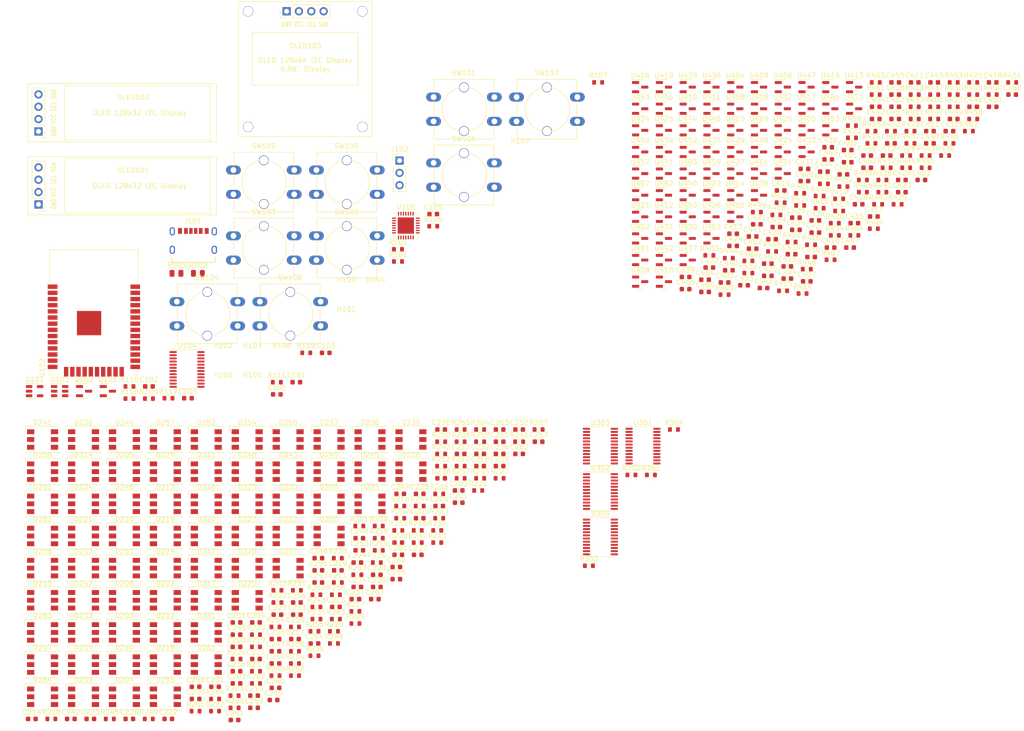
<source format=kicad_pcb>
(kicad_pcb (version 20211014) (generator pcbnew)
  (layers (0 "F.Cu" signal) (31 "B.Cu" signal) (34 "B.Paste" user) (35 "F.Paste" user) (36 "B.SilkS" user "B.Silkscreen") (37 "F.SilkS" user "F.Silkscreen") (38 "B.Mask" user) (39 "F.Mask" user) (44 "Edge.Cuts" user))
  (net 0 "")
  (net 1 "/EN")
  (net 2 "GND")
  (net 3 "5V")
  (net 4 "3V3")
  (net 5 "Net-(C104-Pad1)")
  (net 6 "VBUS")
  (net 7 "Net-(C201-Pad1)")
  (net 8 "Net-(C202-Pad1)")
  (net 9 "Net-(C203-Pad1)")
  (net 10 "Net-(C204-Pad1)")
  (net 11 "Net-(C205-Pad1)")
  (net 12 "Net-(C206-Pad1)")
  (net 13 "Net-(C207-Pad1)")
  (net 14 "Net-(C208-Pad1)")
  (net 15 "Net-(C209-Pad1)")
  (net 16 "Net-(C210-Pad1)")
  (net 17 "Net-(C211-Pad1)")
  (net 18 "Net-(C212-Pad1)")
  (net 19 "Net-(C213-Pad1)")
  (net 20 "Net-(C214-Pad1)")
  (net 21 "Net-(C215-Pad1)")
  (net 22 "Net-(C216-Pad1)")
  (net 23 "Net-(C217-Pad1)")
  (net 24 "Net-(C218-Pad1)")
  (net 25 "Net-(C219-Pad1)")
  (net 26 "Net-(C220-Pad1)")
  (net 27 "Net-(C221-Pad1)")
  (net 28 "Net-(C222-Pad1)")
  (net 29 "Net-(C223-Pad1)")
  (net 30 "Net-(C224-Pad1)")
  (net 31 "Net-(C225-Pad1)")
  (net 32 "Net-(C226-Pad1)")
  (net 33 "Net-(C227-Pad1)")
  (net 34 "Net-(C228-Pad1)")
  (net 35 "Net-(C229-Pad1)")
  (net 36 "Net-(C230-Pad1)")
  (net 37 "Net-(C231-Pad1)")
  (net 38 "Net-(C232-Pad1)")
  (net 39 "Net-(C233-Pad1)")
  (net 40 "Net-(C234-Pad1)")
  (net 41 "Net-(C235-Pad1)")
  (net 42 "Net-(C236-Pad1)")
  (net 43 "Net-(C237-Pad1)")
  (net 44 "Net-(C238-Pad1)")
  (net 45 "Net-(C239-Pad1)")
  (net 46 "Net-(C240-Pad1)")
  (net 47 "Net-(C241-Pad1)")
  (net 48 "Net-(C242-Pad1)")
  (net 49 "Net-(C243-Pad1)")
  (net 50 "Net-(C244-Pad1)")
  (net 51 "Net-(C245-Pad1)")
  (net 52 "Net-(C246-Pad1)")
  (net 53 "Net-(C247-Pad1)")
  (net 54 "Net-(C248-Pad1)")
  (net 55 "Net-(C249-Pad1)")
  (net 56 "Net-(C250-Pad1)")
  (net 57 "Net-(C251-Pad1)")
  (net 58 "Net-(C252-Pad1)")
  (net 59 "Net-(C253-Pad1)")
  (net 60 "Net-(C254-Pad1)")
  (net 61 "Net-(C255-Pad1)")
  (net 62 "Net-(C256-Pad1)")
  (net 63 "Net-(C257-Pad1)")
  (net 64 "Net-(C258-Pad1)")
  (net 65 "Net-(C259-Pad1)")
  (net 66 "Net-(C260-Pad1)")
  (net 67 "Net-(C261-Pad1)")
  (net 68 "Net-(C262-Pad1)")
  (net 69 "Net-(C263-Pad1)")
  (net 70 "Net-(C264-Pad1)")
  (net 71 "Net-(D201-Pad3)")
  (net 72 "Net-(D201-Pad4)")
  (net 73 "Net-(D202-Pad3)")
  (net 74 "Net-(D203-Pad3)")
  (net 75 "Net-(D204-Pad3)")
  (net 76 "Net-(D205-Pad3)")
  (net 77 "Net-(D206-Pad3)")
  (net 78 "Net-(D207-Pad3)")
  (net 79 "Net-(D208-Pad3)")
  (net 80 "Net-(D209-Pad3)")
  (net 81 "Net-(D210-Pad3)")
  (net 82 "Net-(D211-Pad3)")
  (net 83 "Net-(D212-Pad3)")
  (net 84 "Net-(D213-Pad3)")
  (net 85 "Net-(D214-Pad3)")
  (net 86 "Net-(D215-Pad3)")
  (net 87 "Net-(D216-Pad3)")
  (net 88 "Net-(D217-Pad3)")
  (net 89 "Net-(D218-Pad3)")
  (net 90 "Net-(D219-Pad3)")
  (net 91 "Net-(D220-Pad3)")
  (net 92 "Net-(D221-Pad3)")
  (net 93 "Net-(D222-Pad3)")
  (net 94 "Net-(D223-Pad3)")
  (net 95 "Net-(D224-Pad3)")
  (net 96 "Net-(D225-Pad3)")
  (net 97 "Net-(D226-Pad3)")
  (net 98 "Net-(D227-Pad3)")
  (net 99 "Net-(D228-Pad3)")
  (net 100 "Net-(D229-Pad3)")
  (net 101 "Net-(D230-Pad3)")
  (net 102 "Net-(D231-Pad3)")
  (net 103 "Net-(D232-Pad3)")
  (net 104 "Net-(D233-Pad3)")
  (net 105 "Net-(D234-Pad3)")
  (net 106 "Net-(D235-Pad3)")
  (net 107 "Net-(D236-Pad3)")
  (net 108 "Net-(D237-Pad3)")
  (net 109 "Net-(D238-Pad3)")
  (net 110 "Net-(D239-Pad3)")
  (net 111 "Net-(D240-Pad3)")
  (net 112 "Net-(D241-Pad3)")
  (net 113 "Net-(D242-Pad3)")
  (net 114 "Net-(D243-Pad3)")
  (net 115 "Net-(D244-Pad3)")
  (net 116 "Net-(D245-Pad3)")
  (net 117 "Net-(D246-Pad3)")
  (net 118 "Net-(D247-Pad3)")
  (net 119 "Net-(D248-Pad3)")
  (net 120 "Net-(D249-Pad3)")
  (net 121 "Net-(D250-Pad3)")
  (net 122 "Net-(D251-Pad3)")
  (net 123 "Net-(D252-Pad3)")
  (net 124 "Net-(D253-Pad3)")
  (net 125 "Net-(D254-Pad3)")
  (net 126 "Net-(D255-Pad3)")
  (net 127 "Net-(D256-Pad3)")
  (net 128 "Net-(D257-Pad3)")
  (net 129 "Net-(D258-Pad3)")
  (net 130 "Net-(D259-Pad3)")
  (net 131 "Net-(D260-Pad3)")
  (net 132 "Net-(D261-Pad3)")
  (net 133 "Net-(D262-Pad3)")
  (net 134 "Net-(D263-Pad3)")
  (net 136 "Net-(J101-PadA5)")
  (net 137 "Net-(J101-PadB5)")
  (net 139 "/SDA_DW")
  (net 140 "/SCL_DW")
  (net 141 "/SDA_DB")
  (net 142 "/SCL_DB")
  (net 143 "/SDA_DM")
  (net 144 "/SCL_DM")
  (net 145 "Net-(Q101-Pad1)")
  (net 146 "/RTS")
  (net 147 "Net-(Q102-Pad1)")
  (net 148 "/DTR")
  (net 149 "/IO0")
  (net 150 "LED_IC")
  (net 151 "Net-(R301-Pad2)")
  (net 152 "Net-(R302-Pad2)")
  (net 153 "Net-(R303-Pad2)")
  (net 154 "Tile_01")
  (net 155 "Tile_02")
  (net 156 "Tile_03")
  (net 157 "Tile_04")
  (net 158 "Tile_05")
  (net 159 "Tile_06")
  (net 160 "Tile_07")
  (net 161 "Tile_08")
  (net 162 "Tile_09")
  (net 163 "Tile_10")
  (net 164 "Tile_11")
  (net 165 "Tile_12")
  (net 166 "Tile_13")
  (net 167 "Tile_14")
  (net 168 "Tile_15")
  (net 169 "Tile_16")
  (net 170 "Tile_17")
  (net 171 "Tile_18")
  (net 172 "Tile_19")
  (net 173 "Tile_20")
  (net 174 "Tile_21")
  (net 175 "Tile_22")
  (net 176 "Tile_23")
  (net 177 "Tile_24")
  (net 178 "Tile_25")
  (net 179 "Tile_26")
  (net 180 "Tile_27")
  (net 181 "Tile_28")
  (net 182 "Tile_29")
  (net 183 "Tile_30")
  (net 184 "Tile_31")
  (net 185 "Tile_32")
  (net 186 "Tile_33")
  (net 187 "Tile_34")
  (net 188 "Tile_35")
  (net 189 "Tile_36")
  (net 190 "Tile_37")
  (net 191 "Tile_38")
  (net 192 "Tile_39")
  (net 193 "Tile_40")
  (net 194 "Tile_41")
  (net 195 "Tile_42")
  (net 196 "Tile_43")
  (net 197 "Tile_44")
  (net 198 "Tile_45")
  (net 199 "Tile_46")
  (net 200 "Tile_47")
  (net 201 "Tile_48")
  (net 202 "Tile_49")
  (net 203 "Tile_50")
  (net 204 "Tile_51")
  (net 205 "Tile_52")
  (net 206 "Tile_53")
  (net 207 "Tile_54")
  (net 208 "Net-(R455-Pad2)")
  (net 209 "Tile_56")
  (net 210 "Tile_57")
  (net 211 "Tile_58")
  (net 212 "Tile_59")
  (net 213 "Tile_60")
  (net 214 "Tile_61")
  (net 215 "Tile_62")
  (net 216 "Tile_63")
  (net 217 "Tile_64")
  (net 218 "/SELECT")
  (net 219 "/SET")
  (net 220 "/START")
  (net 221 "/W_MOVE")
  (net 222 "/W_END")
  (net 223 "/W_DRAW")
  (net 224 "/B_MOVE")
  (net 225 "/B_END")
  (net 226 "/B_DRAW")
  (net 234 "/I2C_A0")
  (net 235 "/I2C_A1")
  (net 236 "/I2C_A2")
  (net 248 "~{IO_INT}")
  (net 254 "/~{I2C_SDA}")
  (net 255 "/TXD")
  (net 256 "/RXD")
  (net 257 "/~{I2C_SCL}")
  (net 258 "/~{I2C_RESET}")
  (net 259 "/D_P")
  (net 260 "/D_N")
  (net 263 "~{SDA}")
  (net 264 "~{SCL}")
  (net 291 "Tile_55")
  (footprint "Resistor_SMD:R_0603_1608Metric" (layer "F.Cu") (at 196.535 294.13)
    (fp_text reference "R441")
    (fp_text value "2K7")
  )
  (footprint "Capacitor_SMD:C_0603_1608Metric" (layer "F.Cu") (at 88.115 377.92)
    (fp_text reference "C237")
    (fp_text value "100nF")
  )
  (footprint "Resistor_SMD:R_0603_1608Metric" (layer "F.Cu") (at 75.685 383.63)
    (fp_text reference "R258")
    (fp_text value "200")
  )
  (footprint "Capacitor_SMD:C_0603_1608Metric" (layer "F.Cu") (at 203.185 271.54)
    (fp_text reference "C411")
    (fp_text value "100nF")
  )
  (footprint "Capacitor_SMD:C_0603_1608Metric" (layer "F.Cu") (at 45.645 334.13)
    (fp_text reference "C102")
    (fp_text value "22uF")
  )
  (footprint "Capacitor_SMD:C_0603_1608Metric" (layer "F.Cu") (at 164.065 312.73)
    (fp_text reference "C403")
    (fp_text value "100nF")
  )
  (footprint "LED_SMD:LED_WS2812_PLCC6_5.0x5.0mm_P1.6mm" (layer "F.Cu") (at 57.44 384.775)
    (fp_text reference "D231")
    (fp_text value "WS2813C")
  )
  (footprint "LED_SMD:LED_WS2812_PLCC6_5.0x5.0mm_P1.6mm" (layer "F.Cu") (at 74.28 364.915)
    (fp_text reference "D222")
    (fp_text value "WS2813C")
  )
  (footprint "Resistor_SMD:R_0603_1608Metric" (layer "F.Cu") (at 109.765 350.53)
    (fp_text reference "R210")
    (fp_text value "200")
  )
  (footprint "Capacitor_SMD:C_0603_1608Metric" (layer "F.Cu") (at 169.835 303.26)
    (fp_text reference "C441")
    (fp_text value "100nF")
  )
  (footprint "Capacitor_SMD:C_0603_1608Metric" (layer "F.Cu") (at 79.695 387.05)
    (fp_text reference "C264")
    (fp_text value "100nF")
  )
  (footprint "LED_SMD:LED_WS2812_PLCC6_5.0x5.0mm_P1.6mm" (layer "F.Cu") (at 32.18 364.915)
    (fp_text reference "D221")
    (fp_text value "WS2813C")
  )
  (footprint "Package_TO_SOT_SMD:SOT-23" (layer "F.Cu") (at 151.595 308.11)
    (fp_text reference "U442")
    (fp_text value "UHE4913")
  )
  (footprint "Package_TO_SOT_SMD:SOT-23" (layer "F.Cu") (at 185.825 276.96)
    (fp_text reference "U464")
    (fp_text value "UHE4913")
  )
  (footprint "LED_SMD:LED_WS2812_PLCC6_5.0x5.0mm_P1.6mm" (layer "F.Cu") (at 32.18 345.055)
    (fp_text reference "D236")
    (fp_text value "WS2813C")
  )
  (footprint "User Custom Footprint:Button_SW_12mm_1.8mm_hole" (layer "F.Cu") (at 127.525 277.06)
    (fp_text reference "SW107")
    (fp_text value "SW_SPST")
  )
  (footprint "Capacitor_SMD:C_0603_1608Metric" (layer "F.Cu") (at 63.655 395.27)
    (fp_text reference "C202")
    (fp_text value "100nF")
  )
  (footprint "Package_TO_SOT_SMD:SOT-23" (layer "F.Cu") (at 146.705 290.31)
    (fp_text reference "U457")
    (fp_text value "UHE4913")
  )
  (footprint "Capacitor_SMD:C_0603_1608Metric" (layer "F.Cu") (at 75.685 386.14)
    (fp_text reference "C217")
    (fp_text value "100nF")
  )
  (footprint "Resistor_SMD:R_0603_1608Metric" (layer "F.Cu") (at 71.675 393.67)
    (fp_text reference "R240")
    (fp_text value "200")
  )
  (footprint "Resistor_SMD:R_0603_1608Metric" (layer "F.Cu") (at 195.165 271.54)
    (fp_text reference "R463")
    (fp_text value "2K7")
  )
  (footprint "MountingHole:MountingHole_2.7mm_M2.5_ISO7380" (layer "F.Cu") (at 92.315 315.43)
    (fp_text reference "H104")
    (fp_text value "MountingHole")
  )
  (footprint "Package_TO_SOT_SMD:SOT-23-6" (layer "F.Cu") (at 27.275 335.1)
    (fp_text reference "U103")
    (fp_text value "SRV05-4")
  )
  (footprint "Resistor_SMD:R_0603_1608Metric" (layer "F.Cu") (at 173.845 306.34)
    (fp_text reference "R456")
    (fp_text value "2K7")
  )
  (footprint "LED_SMD:LED_WS2812_PLCC6_5.0x5.0mm_P1.6mm" (layer "F.Cu") (at 23.76 398.015)
    (fp_text reference "D264")
    (fp_text value "WS2813C")
  )
  (footprint "Package_SO:TSSOP-24_4.4x7.8mm_P0.65mm" (layer "F.Cu") (at 138.525 346.42)
    (fp_text reference "U303")
    (fp_text value "PCA9535C")
  )
  (footprint "Package_TO_SOT_SMD:SOT-23" (layer "F.Cu") (at 166.265 272.51)
    (fp_text reference "U404")
    (fp_text value "UHE4913")
  )
  (footprint "LED_SMD:LED_WS2812_PLCC6_5.0x5.0mm_P1.6mm" (layer "F.Cu") (at 32.18 391.395)
    (fp_text reference "D209")
    (fp_text value "WS2813C")
  )
  (footprint "Capacitor_SMD:C_0603_1608Metric" (layer "F.Cu") (at 96.535 371.3)
    (fp_text reference "C260")
    (fp_text value "100nF")
  )
  (footprint "Capacitor_SMD:C_0603_1608Metric" (layer "F.Cu") (at 207.195 271.54)
    (fp_text reference "C445")
    (fp_text value "100nF")
  )
  (footprint "Package_TO_SOT_SMD:SOT-23" (layer "F.Cu") (at 146.705 272.51)
    (fp_text reference "U406")
    (fp_text value "UHE4913")
  )
  (footprint "LED_SMD:LED_WS2812_PLCC6_5.0x5.0mm_P1.6mm" (layer "F.Cu") (at 74.28 351.675)
    (fp_text reference "D243")
    (fp_text value "WS2813C")
  )
  (footprint "Capacitor_SMD:C_0603_1608Metric" (layer "F.Cu") (at 211.205 279.07)
    (fp_text reference "C449")
    (fp_text value "100nF")
  )
  (footprint "Capacitor_SMD:C_0603_1608Metric" (layer "F.Cu") (at 67.265 400.29)
    (fp_text reference "C259")
    (fp_text value "100nF")
  )
  (footprint "Package_TO_SOT_SMD:SOT-23" (layer "F.Cu") (at 171.155 272.51)
    (fp_text reference "U409")
    (fp_text value "UHE4913")
  )
  (footprint "Resistor_SMD:R_0603_1608Metric" (layer "F.Cu") (at 113.775 343)
    (fp_text reference "R204")
    (fp_text value "200")
  )
  (footprint "Capacitor_SMD:C_0603_1608Metric" (layer "F.Cu") (at 210.325 281.58)
    (fp_text reference "C431")
    (fp_text value "100nF")
  )
  (footprint "Capacitor_SMD:C_0603_1608Metric" (layer "F.Cu") (at 76.085 381.12)
    (fp_text reference "C233")
    (fp_text value "100nF")
  )
  (footprint "Resistor_SMD:R_0603_1608Metric" (layer "F.Cu") (at 84.505 374.5)
    (fp_text reference "R211")
    (fp_text value "200")
  )
  (footprint "Resistor_SMD:R_0603_1608Metric" (layer "F.Cu") (at 76.085 376.1)
    (fp_text reference "R251")
    (fp_text value "200")
  )
  (footprint "Resistor_SMD:R_0603_1608Metric" (layer "F.Cu") (at 84.105 382.03)
    (fp_text reference "R263")
    (fp_text value "200")
  )
  (footprint "Capacitor_SMD:C_0603_1608Metric" (layer "F.Cu") (at 206.315 281.58)
    (fp_text reference "C461")
    (fp_text value "100nF")
  )
  (footprint "User Custom Footprint:Button_SW_12mm_1.8mm_hole" (layer "F.Cu") (at 86.345 305.63)
    (fp_text reference "SW102")
    (fp_text value "SW_SPST")
  )
  (footprint "Resistor_SMD:R_0603_1608Metric" (layer "F.Cu") (at 45.615 402.58)
    (fp_text reference "R249")
    (fp_text value "200")
  )
  (footprint "Capacitor_SMD:C_0603_1608Metric" (layer "F.Cu") (at 156.045 314.1)
    (fp_text reference "C406")
    (fp_text value "100nF")
  )
  (footprint "Capacitor_SMD:C_0603_1608Metric" (layer "F.Cu") (at 195.165 279.07)
    (fp_text reference "C442")
    (fp_text value "100nF")
  )
  (footprint "Capacitor_SMD:C_0603_1608Metric" (layer "F.Cu") (at 71.275 398.69)
    (fp_text reference "C255")
    (fp_text value "100nF")
  )
  (footprint "Resistor_SMD:R_0603_1608Metric" (layer "F.Cu") (at 79.695 384.54)
    (fp_text reference "R255")
    (fp_text value "200")
  )
  (footprint "Package_TO_SOT_SMD:SOT-23" (layer "F.Cu") (at 146.705 294.76)
    (fp_text reference "U407")
    (fp_text value "UHE4913")
  )
  (footprint "Resistor_SMD:R_0603_1608Metric" (layer "F.Cu") (at 203.185 274.05)
    (fp_text reference "R413")
    (fp_text value "2K7")
  )
  (footprint "LED_SMD:LED_WS2812_PLCC6_5.0x5.0mm_P1.6mm" (layer "F.Cu") (at 65.86 351.675)
    (fp_text reference "D248")
    (fp_text value "WS2813C")
  )
  (footprint "Capacitor_SMD:C_0603_1608Metric" (layer "F.Cu") (at 80.495 374.5)
    (fp_text reference "C243")
    (fp_text value "100nF")
  )
  (footprint "LED_SMD:LED_WS2812_PLCC6_5.0x5.0mm_P1.6mm" (layer "F.Cu") (at 40.6 371.535)
    (fp_text reference "D251")
    (fp_text value "WS2813C")
  )
  (footprint "Package_TO_SOT_SMD:SOT-23" (layer "F.Cu") (at 176.045 285.86)
    (fp_text reference "U424")
    (fp_text value "UHE4913")
  )
  (footprint "LED_SMD:LED_WS2812_PLCC6_5.0x5.0mm_P1.6mm" (layer "F.Cu") (at 82.7 364.915)
    (fp_text reference "D260")
    (fp_text value "WS2813C")
  )
  (footprint "Capacitor_SMD:C_0603_1608Metric" (layer "F.Cu") (at 29.575 402.58)
    (fp_text reference "C242")
    (fp_text value "100nF")
  )
  (footprint "Capacitor_SMD:C_0603_1608Metric" (layer "F.Cu") (at 219.225 276.56)
    (fp_text reference "C450")
    (fp_text value "100nF")
  )
  (footprint "Resistor_SMD:R_0603_1608Metric" (layer "F.Cu") (at 192.525 291.62)
    (fp_text reference "R439")
    (fp_text value "2K7")
  )
  (footprint "Resistor_SMD:R_0603_1608Metric" (layer "F.Cu") (at 203.185 276.56)
    (fp_text reference "R433")
    (fp_text value "2K7")
  )
  (footprint "Resistor_SMD:R_0603_1608Metric" (layer "F.Cu") (at 67.665 387.74)
    (fp_text reference "R219")
    (fp_text value "200")
  )
  (footprint "RF_Module:ESP32-WROOM-32" (layer "F.Cu") (at 34.325 321.85)
    (fp_text reference "U102")
    (fp_text value "ESP32-WROOM-32E")
  )
  (footprint "LED_SMD:LED_WS2812_PLCC6_5.0x5.0mm_P1.6mm" (layer "F.Cu") (at 49.02 358.295)
    (fp_text reference "D213")
    (fp_text value "WS2813C")
  )
  (footprint "Package_TO_SOT_SMD:SOT-23" (layer "F.Cu") (at 161.375 281.41)
    (fp_text reference "U445")
    (fp_text value "UHE4913")
  )
  (footprint "Package_TO_SOT_SMD:SOT-23" (layer "F.Cu") (at 161.375 285.86)
    (fp_text reference "U435")
    (fp_text value "UHE4913")
  )
  (footprint "Resistor_SMD:R_0603_1608Metric" (layer "F.Cu") (at 181.865 304.97)
    (fp_text reference "R416")
    (fp_text value "2K7")
  )
  (footprint "Capacitor_SMD:C_0603_1608Metric" (layer "F.Cu") (at 193.405 289.11)
    (fp_text reference "C462")
    (fp_text value "100nF")
  )
  (footprint "Resistor_SMD:R_0603_1608Metric" (layer "F.Cu") (at 215.215 271.54)
    (fp_text reference "R425")
    (fp_text value "2K7")
  )
  (footprint "Package_TO_SOT_SMD:SOT-23" (layer "F.Cu") (at 156.485 308.11)
    (fp_text reference "U437")
    (fp_text value "UHE4913")
  )
  (footprint "Package_TO_SOT_SMD:SOT-23" (layer "F.Cu") (at 156.485 299.21)
    (fp_text reference "U450")
    (fp_text value "UHE4913")
  )
  (footprint "Capacitor_SMD:C_0603_1608Metric" (layer "F.Cu") (at 67.265 397.78)
    (fp_text reference "C215")
    (fp_text value "100nF")
  )
  (footprint "Resistor_SMD:R_0603_1608Metric" (layer "F.Cu") (at 170.715 298.24)
    (fp_text reference "R449")
    (fp_text value "2K7")
  )
  (footprint "Capacitor_SMD:C_0603_1608Metric" (layer "F.Cu") (at 63.655 385.23)
    (fp_text reference "C245")
    (fp_text value "100nF")
  )
  (footprint "Capacitor_SMD:C_0603_1608Metric" (layer "F.Cu") (at 96.935 368.79)
    (fp_text reference "C261")
    (fp_text value "100nF")
  )
  (footprint "Resistor_SMD:R_0603_1608Metric" (layer "F.Cu") (at 219.225 274.05)
    (fp_text reference "R450")
    (fp_text value "2K7")
  )
  (footprint "LED_SMD:LED_WS2812_PLCC6_5.0x5.0mm_P1.6mm" (layer "F.Cu") (at 40.6 398.015)
    (fp_text reference "D204")
    (fp_text value "WS2813C")
  )
  (footprint "Resistor_SMD:R_0603_1608Metric" (layer "F.Cu") (at 75.685 388.65)
    (fp_text reference "R208")
    (fp_text value "200")
  )
  (footprint "Capacitor_SMD:C_0603_1608Metric" (layer "F.Cu") (at 84.105 379.52)
    (fp_text reference "C213")
    (fp_text value "100nF")
  )
  (footprint "Package_TO_SOT_SMD:SOT-23" (layer "F.Cu") (at 180.935 276.96)
    (fp_text reference "U417")
    (fp_text value "UHE4913")
  )
  (footprint "Resistor_SMD:R_0603_1608Metric" (layer "F.Cu") (at 88.915 362.86)
    (fp_text reference "R201")
    (fp_text value "200")
  )
  (footprint "Resistor_SMD:R_0603_1608Metric" (layer "F.Cu") (at 136.155 371.05)
    (fp_text reference "R303")
    (fp_text value "4K7")
  )
  (footprint "Resistor_SMD:R_0603_1608Metric" (layer "F.Cu") (at 109.765 345.51)
    (fp_text reference "R206")
    (fp_text value "200")
  )
  (footprint "Package_TO_SOT_SMD:SOT-23" (layer "F.Cu") (at 161.375 290.31)
    (fp_text reference "U459")
    (fp_text value "UHE4913")
  )
  (footprint "Resistor_SMD:R_0603_1608Metric" (layer "F.Cu") (at 105.355 356.24)
    (fp_text reference "R236")
    (fp_text value "200")
  )
  (footprint "Resistor_SMD:R_0603_1608Metric" (layer "F.Cu") (at 211.205 271.54)
    (fp_text reference "R453")
    (fp_text value "2K7")
  )
  (footprint "Resistor_SMD:R_0603_1608Metric" (layer "F.Cu") (at 109.765 343)
    (fp_text reference "R265")
    (fp_text value "200")
  )
  (footprint "Resistor_SMD:R_0603_1608Metric" (layer "F.Cu") (at 71.675 383.63)
    (fp_text reference "R254")
    (fp_text value "200")
  )
  (footprint "Capacitor_SMD:C_0603_1608Metric" (layer "F.Cu") (at 174.725 301.32)
    (fp_text reference "C459")
    (fp_text value "100nF")
  )
  (footprint "Package_TO_SOT_SMD:SOT-23" (layer "F.Cu") (at 180.935 272.51)
    (fp_text reference "U447")
    (fp_text value "UHE4913")
  )
  (footprint "LED_SMD:LED_WS2812_PLCC6_5.0x5.0mm_P1.6mm" (layer "F.Cu") (at 91.12 351.675)
    (fp_text reference "D245")
    (fp_text value "WS2813C")
  )
  (footprint "LED_SMD:LED_WS2812_PLCC6_5.0x5.0mm_P1.6mm" (layer "F.Cu") (at 57.44 391.395)
    (fp_text reference "D261")
    (fp_text value "WS2813C")
  )
  (footprint "LED_SMD:LED_WS2812_PLCC6_5.0x5.0mm_P1.6mm" (layer "F.Cu") (at 32.18 371.535)
    (fp_text reference "D253")
    (fp_text value "WS2813C")
  )
  (footprint "Package_TO_SOT_SMD:SOT-23" (layer "F.Cu") (at 171.155 290.31)
    (fp_text reference "U461")
    (fp_text value "UHE4913")
  )
  (footprint "LED_SMD:LED_WS2812_PLCC6_5.0x5.0mm_P1.6mm" (layer "F.Cu") (at 99.54 345.055)
    (fp_text reference "D239")
    (fp_text value "WS2813C")
  )
  (footprint "Resistor_SMD:R_0603_1608Metric" (layer "F.Cu") (at 194.285 284.09)
    (fp_text reference "R424")
    (fp_text value "2K7")
  )
  (footprint "LED_SMD:LED_WS2812_PLCC6_5.0x5.0mm_P1.6mm" (layer "F.Cu") (at 74.28 358.295)
    (fp_text reference "D230")
    (fp_text value "WS2813C")
  )
  (footprint "Resistor_SMD:R_0603_1608Metric" (layer "F.Cu") (at 59.245 398.47)
    (fp_text reference "R264")
    (fp_text value "200")
  )
  (footprint "Package_SO:TSSOP-24_4.4x7.8mm_P0.65mm" (layer "F.Cu") (at 53.475 330.63)
    (fp_text reference "U104")
    (fp_text value "PCA9548APW")
  )
  (footprint "Capacitor_SMD:C_0603_1608Metric" (layer "F.Cu") (at 109.365 358.06)
    (fp_text reference "C201")
    (fp_text value "100nF")
  )
  (footprint "Capacitor_SMD:C_0603_1608Metric" (layer "F.Cu") (at 92.125 377.92)
    (fp_text reference "C207")
    (fp_text value "100nF")
  )
  (footprint "Capacitor_SMD:C_0603_1608Metric" (layer "F.Cu") (at 121.795 348.02)
    (fp_text reference "C262")
    (fp_text value "100nF")
  )
  (footprint "Capacitor_SMD:C_0603_1608Metric" (layer "F.Cu") (at 156.045 311.59)
    (fp_text reference "C439")
    (fp_text value "100nF")
  )
  (footprint "Resistor_SMD:R_0603_1608Metric" (layer "F.Cu") (at 96.875 308.4)
    (fp_text reference "R101")
    (fp_text value "10K")
  )
  (footprint "Capacitor_SMD:C_0603_1608Metric" (layer "F.Cu") (at 184.505 289.91)
    (fp_text reference "C444")
    (fp_text value "100nF")
  )
  (footprint "Capacitor_SMD:C_0603_1608Metric" (layer "F.Cu") (at 88.515 375.41)
    (fp_text reference "C234")
    (fp_text value "100nF")
  )
  (footprint "Capacitor_SMD:C_0603_1608Metric" (layer "F.Cu") (at 88.915 365.37)
    (fp_text reference "C246")
    (fp_text value "100nF")
  )
  (footprint "Resistor_SMD:R_0603_1608Metric" (layer "F.Cu") (at 202.305 284.09)
    (fp_text reference "R457")
    (fp_text value "2K7")
  )
  (footprint "Capacitor_SMD:C_0603_1608Metric" (layer "F.Cu") (at 84.505 371.99)
    (fp_text reference "C219")
    (fp_text value "100nF")
  )
  (footprint "Resistor_SMD:R_0603_1608Metric" (layer "F.Cu") (at 105.755 348.02)
    (fp_text reference "R242")
    (fp_text value "200")
  )
  (footprint "Resistor_SMD:R_0805_2012Metric" (layer "F.Cu") (at 55.715 310.85)
    (fp_text reference "R102")
    (fp_text value "5K1")
  )
  (footprint "Resistor_SMD:R_0603_1608Metric" (layer "F.Cu") (at 113.775 353.04)
    (fp_text reference "R205")
    (fp_text value "200")
  )
  (footprint "Package_TO_SOT_SMD:SOT-23" (layer "F.Cu") (at 156.485 281.41)
    (fp_text reference "U444")
    (fp_text value "UHE4913")
  )
  (footprint "Package_DFN_QFN:QFN-28-1EP_5x5mm_P0.5mm_EP3.35x3.35mm" (layer "F.Cu") (at 98.495 301.01)
    (fp_text reference "U105")
    (fp_text value "CP2102-GMR")
  )
  (footprint "Package_TO_SOT_SMD:SOT-23" (layer "F.Cu") (at 161.375 294.76)
    (fp_text reference "U422")
    (fp_text value "UHE4913")
  )
  (footprint "Capacitor_SMD:C_0603_1608Metric" (layer "F.Cu") (at 92.525 375.41)
    (fp_text reference "C236")
    (fp_text value "100nF")
  )
  (footprint "Capacitor_SMD:C_0603_1608Metric" (layer "F.Cu") (at 49.625 402.58)
    (fp_text reference "C222")
    (fp_text value "100nF")
  )
  (footprint "Capacitor_SMD:C_0603_1608Metric" (layer "F.Cu") (at 100.945 368.79)
    (fp_text reference "C227")
    (fp_text value "100nF")
  )
  (footprint "Package_TO_SOT_SMD:SOT-23" (layer "F.Cu") (at 151.595 312.56)
    (fp_text reference "U418")
    (fp_text value "UHE4913")
  )
  (footprint "Capacitor_SMD:C_0603_1608Metric" (layer "F.Cu") (at 215.215 276.56)
    (fp_text reference "C446")
    (fp_text value "100nF")
  )
  (footprint "Resistor_SMD:R_0603_1608Metric" (layer "F.Cu") (at 209.445 286.6)
    (fp_text reference "R436")
    (fp_text value "2K7")
  )
  (footprint "Resistor_SMD:R_0603_1608Metric" (layer "F.Cu") (at 186.755 300.52)
    (fp_text reference "R426")
    (fp_text value "2K7")
  )
  (footprint "Capacitor_SMD:C_0603_1608Metric" (layer "F.Cu") (at 181.865 307.48)
    (fp_text reference "C410")
    (fp_text value "100nF")
  )
  (footprint "LED_SMD:LED_WS2812_PLCC6_5.0x5.0mm_P1.6mm" (layer "F.Cu") (at 57.44 351.675)
    (fp_text reference "D211")
    (fp_text value "WS2813C")
  )
  (footprint "Resistor_SMD:R_0603_1608Metric" (layer "F.Cu") (at 80.095 379.52)
    (fp_text reference "R243")
    (fp_text value "200")
  )
  (footprint "Resistor_SMD:R_0603_1608Metric" (layer "F.Cu") (at 63.255 397.78)
    (fp_text reference "R223")
    (fp_text value "200")
  )
  (footprint "Resistor_SMD:R_0603_1608Metric" (layer "F.Cu") (at 144.905 352.35)
    (fp_text reference "R302")
    (fp_text value "4K7")
  )
  (footprint "Package_TO_SOT_SMD:SOT-23" (layer "F.Cu") (at 190.715 276.96)
    (fp_text reference "U423")
    (fp_text value "UHE4913")
  )
  (footprint "Resistor_SMD:R_0603_1608Metric" (layer "F.Cu") (at 75.685 393.67)
    (fp_text reference "R202")
    (fp_text value "200")
  )
  (footprint "User Custom Footprint:OLED_128x32_I2C_4pins" (layer "F.Cu") (at 40.522 277.795)
    (fp_text reference "OLED102")
    (fp_text value "OLED_I2C")
  )
  (footprint "Resistor_SMD:R_0603_1608Metric" (layer "F.Cu") (at 121.795 345.51)
    (fp_text reference "R241")
    (fp_text value "200")
  )
  (footprint "Package_TO_SOT_SMD:SOT-23" (layer "F.Cu") (at 151.595 285.86)
    (fp_text reference "U454")
    (fp_text value "UHE4913")
  )
  (footprint "LED_SMD:LED_WS2812_PLCC6_5.0x5.0mm_P1.6mm" (layer "F.Cu") (at 40.6 378.155)
    (fp_text reference "D208")
    (fp_text value "WS2813C")
  )
  (footprint "Resistor_SMD:R_0603_1608Metric" (layer "F.Cu") (at 194.285 281.58)
    (fp_text reference "R435")
    (fp_text value "2K7")
  )
  (footprint "MountingHole:MountingHole_2.7mm_M2.5_ISO7380" (layer "F.Cu") (at 86.265 315.43)
    (fp_text reference "H109")
    (fp_text value "MountingHole")
  )
  (footprint "LED_SMD:LED_WS2812_PLCC6_5.0x5.0mm_P1.6mm" (layer "F.Cu") (at 23.76 364.915)
    (fp_text reference "D262")
    (fp_text value "WS2813C")
  )
  (footprint "Package_SO:TSSOP-24_4.4x7.8mm_P0.65mm" (layer "F.Cu") (at 147.275 346.42)
    (fp_text reference "U301")
    (fp_text value "PCA9535C")
  )
  (footprint "LED_SMD:LED_WS2812_PLCC6_5.0x5.0mm_P1.6mm" (layer "F.Cu") (at 49.02 391.395)
    (fp_text reference "D218")
    (fp_text value "WS2813C")
  )
  (footprint "Capacitor_SMD:C_0603_1608Metric" (layer "F.Cu") (at 53.665 336.56)
    (fp_text reference "C104")
    (fp_text value "4.7nF")
  )
  (footprint "Capacitor_SMD:C_0603_1608Metric" (layer "F.Cu") (at 189.395 287.97)
    (fp_text reference "C401")
    (fp_text value "100nF")
  )
  (footprint "LED_SMD:LED_WS2812_PLCC6_5.0x5.0mm_P1.6mm" (layer "F.Cu") (at 65.86 378.155)
    (fp_text reference "D225")
    (fp_text value "WS2813C")
  )
  (footprint "Capacitor_SMD:C_0603_1608Metric" (layer "F.Cu") (at 165.825 302.69)
    (fp_text reference "C413")
    (fp_text value "100nF")
  )
  (footprint "LED_SMD:LED_WS2812_PLCC6_5.0x5.0mm_P1.6mm" (layer "F.Cu") (at 32.18 384.775)
    (fp_text reference "D233")
    (fp_text value "WS2813C")
  )
  (footprint "Capacitor_SMD:C_0603_1608Metric" (layer "F.Cu") (at 117.785 348.02)
    (fp_text reference "C216")
    (fp_text value "100nF")
  )
  (footprint "Resistor_SMD:R_0603_1608Metric" (layer "F.Cu") (at 88.115 380.43)
    (fp_text reference "R217")
    (fp_text value "200")
  )
  (footprint "LED_SMD:LED_WS2812_PLCC6_5.0x5.0mm_P1.6mm" (layer "F.Cu") (at 91.12 345.055)
    (fp_text reference "D238")
    (fp_text value "WS2813C")
  )
  (footprint "Resistor_SMD:R_0603_1608Metric" (layer "F.Cu") (at 96.875 305.89)
    (fp_text reference "R105")
    (fp_text value "4K7")
  )
  (footprint "Package_TO_SOT_SMD:SOT-23" (layer "F.Cu") (at 151.595 299.21)
    (fp_text reference "U412")
    (fp_text value "UHE4913")
  )
  (footprint "Package_TO_SOT_SMD:SOT-23" (layer "F.Cu") (at 171.155 276.96)
    (fp_text reference "U408")
    (fp_text value "UHE4913")
  )
  (footprint "Package_SO:TSSOP-24_4.4x7.8mm_P0.65mm" (layer "F.Cu") (at 138.525 355.77)
    (fp_text reference "U302")
    (fp_text value "PCA9535C")
  )
  (footprint "Package_TO_SOT_SMD:SOT-23" (layer "F.Cu") (at 156.485 290.31)
    (fp_text reference "U403")
    (fp_text value "UHE4913")
  )
  (footprint "Capacitor_SMD:C_0603_1608Metric" (layer "F.Cu") (at 160.055 314.67)
    (fp_text reference "C460")
    (fp_text value "100nF")
  )
  (footprint "Resistor_SMD:R_0603_1608Metric" (layer "F.Cu") (at 100.945 363.77)
    (fp_text reference "R246")
    (fp_text value "200")
  )
  (footprint "Resistor_SMD:R_0603_1608Metric" (layer "F.Cu") (at 100.945 366.28)
    (fp_text reference "R247")
    (fp_text value "200")
  )
  (footprint "Package_TO_SOT_SMD:SOT-23" (layer "F.Cu") (at 156.485 294.76)
    (fp_text reference "U440")
    (fp_text value "UHE4913")
  )
  (footprint "Capacitor_SMD:C_0603_1608Metric" (layer "F.Cu") (at 175.605 293.79)
    (fp_text reference "C414")
    (fp_text value "100nF")
  )
  (footprint "Capacitor_SMD:C_0603_1608Metric" (layer "F.Cu") (at 71.675 396.18)
    (fp_text reference "C240")
    (fp_text value "100nF")
  )
  (footprint "Capacitor_SMD:C_0603_1608Metric" (layer "F.Cu") (at 82.015 327.21)
    (fp_text reference "C103")
    (fp_text value "4.7uF")
  )
  (footprint "Capacitor_SMD:C_0603_1608Metric" (layer "F.Cu") (at 63.255 402.8)
    (fp_text reference "C241")
    (fp_text value "100nF")
  )
  (footprint "Capacitor_SMD:C_0603_1608Metric" (layer "F.Cu") (at 71.675 391.16)
    (fp_text reference "C210")
    (fp_text value "100nF")
  )
  (footprint "Resistor_SMD:R_0603_1608Metric" (layer "F.Cu") (at 84.105 377.01)
    (fp_text reference "R256")
    (fp_text value "200")
  )
  (footprint "Connector_PinHeader_2.54mm:PinHeader_1x03_P2.54mm_Vertical" (layer "F.Cu") (at 97.195 287.63)
    (fp_text reference "J102")
    (fp_text value "Conn_01x03")
  )
  (footprint "Resistor_SMD:R_0603_1608Metric" (layer "F.Cu") (at 75.685 391.16)
    (fp_text reference "R214")
    (fp_text value "200")
  )
  (footprint "Resistor_SMD:R_0603_1608Metric" (layer "F.Cu") (at 153.655 343)
    (fp_text reference "R304")
    (fp_text value "4K7")
  )
  (footprint "Capacitor_SMD:C_0603_1608Metric" (layer "F.Cu") (at 219.225 271.54)
    (fp_text reference "C418")
    (fp_text value "100nF")
  )
  (footprint "Capacitor_SMD:C_0603_1608Metric" (layer "F.Cu") (at 71.675 388.65)
    (fp_text reference "C247")
    (fp_text value "100nF")
  )
  (footprint "Resistor_SMD:R_0603_1608Metric" (layer "F.Cu") (at 179.615 294.36)
    (fp_text reference "R401")
    (fp_text value "2K7")
  )
  (footprint "Package_TO_SOT_SMD:SOT-23" (layer "F.Cu") (at 151.595 294.76)
    (fp_text reference "U462")
    (fp_text value "UHE4913")
  )
  (footprint "Capacitor_SMD:C_0603_1608Metric" (layer "F.Cu") (at 195.165 276.56)
    (fp_text reference "C454")
    (fp_text value "100nF")
  )
  (footprint "Resistor_SMD:R_0603_1608Metric" (layer "F.Cu") (at 67.665 385.23)
    (fp_text reference "R220")
    (fp_text value "200")
  )
  (footprint "Capacitor_SMD:C_0603_1608Metric" (layer "F.Cu") (at 160.935 309.65)
    (fp_text reference "C422")
    (fp_text value "100nF")
  )
  (footprint "LED_SMD:LED_WS2812_PLCC6_5.0x5.0mm_P1.6mm" (layer "F.Cu") (at 40.6 358.295)
    (fp_text reference "D246")
    (fp_text value "WS2813C")
  )
  (footprint "Resistor_SMD:R_0603_1608Metric" (layer "F.Cu") (at 194.775 301.66)
    (fp_text reference "R404")
    (fp_text value "2K7")
  )
  (footprint "LED_SMD:LED_WS2812_PLCC6_5.0x5.0mm_P1.6mm" (layer "F.Cu") (at 65.86 358.295)
    (fp_text reference "D223")
    (fp_text value "WS2813C")
  )
  (footprint "LED_SMD:LED_WS2812_PLCC6_5.0x5.0mm_P1.6mm" (layer "F.Cu") (at 23.76 345.055)
    (fp_text reference "D241")
    (fp_text value "WS2813C")
  )
  (footprint "Package_TO_SOT_SMD:SOT-23" (layer "F.Cu") (at 176.045 276.96)
    (fp_text reference "U432")
    (fp_text value "UHE4913")
  )
  (footprint "Package_TO_SOT_SMD:SOT-23-5" (layer "F.Cu") (at 22.125 335.1)
    (fp_text reference "U101")
    (fp_text value "XC6220B331MR-G")
  )
  (footprint "Resistor_SMD:R_0603_1608Metric" (layer "F.Cu") (at 187.635 298.01)
    (fp_text reference "R417")
    (fp_text value "2K7")
  )
  (footprint "MountingHole:MountingHole_2.7mm_M2.5_ISO7380" (layer "F.Cu") (at 60.875 335.03)
    (fp_text reference "H108")
    (fp_text value "MountingHole")
  )
  (footprint "Resistor_SMD:R_0603_1608Metric" (layer "F.Cu") (at 207.195 276.56)
    (fp_text reference "R406")
    (fp_text value "2K7")
  )
  (footprint "Capacitor_SMD:C_0603_1608Metric" (layer "F.Cu") (at 76.085 378.61)
    (fp_text reference "C254")
    (fp_text value "100nF")
  )
  (footprint "LED_SMD:LED_WS2812_PLCC6_5.0x5.0mm_P1.6mm" (layer "F.Cu") (at 23.76 351.675)
    (fp_text reference "D250")
    (fp_text value "WS2813C")
  )
  (footprint "Capacitor_SMD:C_0603_1608Metric" (layer "F.Cu") (at 109.765 348.02)
    (fp_text reference "C212")
    (fp_text value "100nF")
  )
  (footprint "Resistor_SMD:R_0603_1608Metric" (layer "F.Cu") (at 164.945 307.71)
    (fp_text reference "R444")
    (fp_text value "2K7")
  )
  (footprint "LED_SMD:LED_WS2812_PLCC6_5.0x5.0mm_P1.6mm" (layer "F.Cu") (at 23.76 391.395)
    (fp_text reference "D247")
    (fp_text value "WS2813C")
  )
  (footprint "Resistor_SMD:R_0603_1608Metric" (layer "F.Cu") (at 105.755 345.51)
    (fp_text reference "R250")
    (fp_text value "200")
  )
  (footprint "Resistor_SMD:R_0603_1608Metric" (layer "F.Cu") (at 45.645 336.64)
    (fp_text reference "R104")
    (fp_text value "1M")
  )
  (footprint "Resistor_SMD:R_0603_1608Metric" (layer "F.Cu") (at 105.355 361.26)
    (fp_text reference "R233")
    (fp_text value "200")
  )
  (footprint "Capacitor_SMD:C_0603_1608Metric" (layer "F.Cu") (at 105.355 358.75)
    (fp_text reference "C206")
    (fp_text value "100nF")
  )
  (footprint "Package_TO_SOT_SMD:SOT-23" (layer "F.Cu") (at 151.595 303.66)
    (fp_text reference "U431")
    (fp_text value "UHE4913")
  )
  (footprint "Capacitor_SMD:C_0603_1608Metric" (layer "F.Cu") (at 63.655 382.72)
    (fp_text reference "C251")
    (fp_text value "100nF")
  )
  (footprint "Package_TO_SOT_SMD:SOT-23" (layer "F.Cu") (at 176.045 272.51)
    (fp_text reference "U456")
    (fp_text value "UHE4913")
  )
  (footprint "LED_SMD:LED_WS2812_PLCC6_5.0x5.0mm_P1.6mm" (layer "F.Cu") (at 40.6 391.395)
    (fp_text reference "D240")
    (fp_text value "WS2813C")
  )
  (footprint "Capacitor_SMD:C_0603_1608Metric" (layer "F.Cu") (at 178.735 299.38)
    (fp_text reference "C429")
    (fp_text value "100nF")
  )
  (footprint "LED_SMD:LED_WS2812_PLCC6_5.0x5.0mm_P1.6mm" (layer "F.Cu") (at 74.28 371.535)
    (fp_text reference "D207")
    (fp_text value "WS2813C")
  )
  (footprint "Package_TO_SOT_SMD:SOT-23" (layer "F.Cu") (at 176.045 281.41)
    (fp_text reference "U426")
    (fp_text value "UHE4913")
  )
  (footprint "Resistor_SMD:R_0603_1608Metric" (layer "F.Cu") (at 202.305 281.58)
    (fp_text reference "R420")
    (fp_text value "2K7")
  )
  (footprint "Resistor_SMD:R_0603_1608Metric" (layer "F.Cu") (at 80.095 382.03)
    (fp_text reference "R234")
    (fp_text value "200")
  )
  (footprint "Capacitor_SMD:C_0603_1608Metric" (layer "F.Cu") (at 125.805 345.51)
    (fp_text reference "C257")
    (fp_text value "100nF")
  )
  (footprint "Resistor_SMD:R_0603_1608Metric" (layer "F.Cu") (at 201.425 289.11)
    (fp_text reference "R454")
    (fp_text value "2K7")
  )
  (footprint "Package_TO_SOT_SMD:SOT-23" (layer "F.Cu") (at 37.185 335.1)
    (fp_text reference "Q101")
    (fp_text value "S8050")
  )
  (footprint "Capacitor_SMD:C_0603_1608Metric" (layer "F.Cu") (at 198.295 284.09)
    (fp_text reference "C409")
    (fp_text value "100nF")
  )
  (footprint "Resistor_SMD:R_0603_1608Metric" (layer "F.Cu") (at 67.665 395.27)
    (fp_text reference "R262")
    (fp_text value "200")
  )
  (footprint "MountingHole:MountingHole_2.7mm_M2.5_ISO7380" (layer "F.Cu") (at 86.265 321.48)
    (fp_text reference "H101")
    (fp_text value "MountingHole")
  )
  (footprint "LED_SMD:LED_WS2812_PLCC6_5.0x5.0mm_P1.6mm" (layer "F.Cu") (at 57.44 345.055)
    (fp_text reference "D252")
    (fp_text value "WS2813C")
  )
  (footprint "Capacitor_SMD:C_0603_1608Metric" (layer "F.Cu") (at 67.665 382.72)
    (fp_text reference "C204")
    (fp_text value "100nF")
  )
  (footprint "Resistor_SMD:R_0603_1608Metric" (layer "F.Cu") (at 105.755 350.53)
    (fp_text reference "R212")
    (fp_text value "200")
  )
  (footprint "Package_TO_SOT_SMD:SOT-23" (layer "F.Cu") (at 185.825 281.41)
    (fp_text reference "U453")
    (fp_text value "UHE4913")
  )
  (footprint "Resistor_SMD:R_0603_1608Metric" (layer "F.Cu") (at 55.235 400.98)
    (fp_text reference "R261")
    (fp_text value "200")
  )
  (footprint "MountingHole:MountingHole_2.7mm_M2.5_ISO7380" (layer "F.Cu") (at 122.005 286.86)
    (fp_text reference "H107")
    (fp_text value "MountingHole")
  )
  (footprint "Resistor_SMD:R_0603_1608Metric" (layer "F.Cu") (at 113.775 345.51)
    (fp_text reference "R259")
    (fp_text value "200")
  )
  (footprint "Resistor_SMD:R_0603_1608Metric" (layer "F.Cu") (at 168.955 310.79)
    (fp_text reference "R432")
    (fp_text value "2K7")
  )
  (footprint "LED_SMD:LED_WS2812_PLCC6_5.0x5.0mm_P1.6mm" (layer "F.Cu") (at 40.6 345.055)
    (fp_text reference "D244")
    (fp_text value "WS2813C")
  )
  (footprint "Capacitor_SMD:C_0603_1608Metric" (layer "F.Cu") (at 172.965 308.85)
    (fp_text reference "C453")
    (fp_text value "100nF")
  )
  (footprint "LED_SMD:LED_WS2812_PLCC6_5.0x5.0mm_P1.6mm" (layer "F.Cu") (at 57.44 378.155)
    (fp_text reference "D217")
    (fp_text value "WS2813C")
  )
  (footprint "LED_SMD:LED_WS2812_PLCC6_5.0x5.0mm_P1.6mm" (layer "F.Cu") (at 32.18 378.155)
    (fp_text reference "D242")
    (fp_text value "WS2813C")
  )
  (footprint "Capacitor_SMD:C_0603_1608Metric" (layer "F.Cu") (at 71.955 335.77)
    (fp_text reference "C106")
    (fp_text value "100nF")
  )
  (footprint "Resistor_SMD:R_0603_1608Metric" (layer "F.Cu") (at 78.005 327.21)
    (fp_text reference "R109")
    (fp_text value "10K")
  )
  (footprint "Package_TO_SOT_SMD:SOT-23" (layer "F.Cu") (at 161.375 299.21)
    (fp_text reference "U420")
    (fp_text value "UHE4913")
  )
  (footprint "Resistor_SMD:R_0603_1608Metric" (layer "F.Cu") (at 179.615 296.87)
    (fp_text reference "R427")
    (fp_text value "2K7")
  )
  (footprint "Capacitor_SMD:C_0603_1608Metric" (layer "F.Cu") (at 194.775 299.15)
    (fp_text reference "C417")
    (fp_text value "100nF")
  )
  (footprint "Capacitor_SMD:C_0603_1608Metric" (layer "F.Cu") (at 169.835 305.77)
    (fp_text reference "C452")
    (fp_text value "100nF")
  )
  (footprint "Capacitor_SMD:C_0603_1608Metric" (layer "F.Cu") (at 75.965 333.26)
    (fp_text reference "C101")
    (fp_text value "100nF")
  )
  (footprint "User Custom Footprint:Button_SW_12mm_1.8mm_hole" (layer "F.Cu") (at 74.715 319.18)
    (fp_text reference "SW108")
    (fp_text value "SW_SPST")
  )
  (footprint "Resistor_SMD:R_0603_1608Metric" (layer "F.Cu") (at 186.755 303.03)
    (fp_text reference "R434")
    (fp_text value "2K7")
  )
  (footprint "Capacitor_SMD:C_0603_1608Metric" (layer "F.Cu") (at 59.245 395.96)
    (fp_text reference "C231")
    (fp_text value "100nF")
  )
  (footprint "LED_SMD:LED_WS2812_PLCC6_5.0x5.0mm_P1.6mm" (layer "F.Cu") (at 49.02 378.155)
    (fp_text reference "D202")
    (fp_text value "WS2813C")
  )
  (footprint "User Custom Footprint:Button_SW_12mm_1.8mm_hole" (layer "F.Cu") (at 110.455 290.61)
    (fp_text reference "SW106")
    (fp_text value "SW_SPST")
  )
  (footprint "Capacitor_SMD:C_0603_1608Metric" (layer "F.Cu") (at 191.645 296.64)
    (fp_text reference "C426")
    (fp_text value "100nF")
  )
  (footprint "Capacitor_SMD:C_0603_1608Metric" (layer "F.Cu") (at 164.945 310.22)
    (fp_text reference "C440")
    (fp_text value "100nF")
  )
  (footprint "Capacitor_SMD:C_0603_1608Metric" (layer "F.Cu") (at 88.515 370.39)
    (fp_text reference "C224")
    (fp_text value "100nF")
  )
  (footprint "Capacitor_SMD:C_0603_1608Metric" (layer "F.Cu") (at 117.785 350.53)
    (fp_text reference "C239")
    (fp_text value "100nF")
  )
  (footprint "Package_TO_SOT_SMD:SOT-23" (layer "F.Cu") (at 32.295 335.1)
    (fp_text reference "Q102")
    (fp_text value "S8050")
  )
  (footprint "Capacitor_SMD:C_0603_1608Metric" (layer "F.Cu") (at 177.855 306.91)
    (fp_text reference "C419")
    (fp_text value "100nF")
  )
  (footprint "Package_TO_SOT_SMD:SOT-23" (layer "F.Cu") (at 166.265 299.21)
    (fp_text reference "U455")
    (fp_text value "UHE4913")
  )
  (footprint "Resistor_SMD:R_0805_2012Metric" (layer "F.Cu") (at 51.305 310.85)
    (fp_text reference "R103")
    (fp_text value "5K1")
  )
  (footprint "Capacitor_SMD:C_0603_1608Metric" (layer "F.Cu") (at 71.675 386.14)
    (fp_text reference "C209")
    (fp_text value "100nF")
  )
  (footprint "Resistor_SMD:R_0603_1608Metric" (layer "F.Cu") (at 195.655 296.64)
    (fp_text reference "R442")
    (fp_text value "2K7")
  )
  (footprint "Package_TO_SOT_SMD:SOT-23" (layer "F.Cu") (at 156.485 303.66)
    (fp_text reference "U430")
    (fp_text value "UHE4913")
  )
  (footprint "Capacitor_SMD:C_0603_1608Metric" (layer "F.Cu") (at 199.175 271.54)
    (fp_text reference "C455")
    (fp_text value "100nF")
  )
  (footprint "Resistor_SMD:R_0603_1608Metric" (layer "F.Cu") (at 92.925 365.37)
    (fp_text reference "R239")
    (fp_text value "200")
  )
  (footprint "Package_TO_SOT_SMD:SOT-23" (layer "F.Cu") (at 171.155 285.86)
    (fp_text reference "U448")
    (fp_text value "UHE4913")
  )
  (footprint "Package_TO_SOT_SMD:SOT-23" (layer "F.Cu") (at 171.155 281.41)
    (fp_text reference "U460")
    (fp_text value "UHE4913")
  )
  (footprint "LED_SMD:LED_WS2812_PLCC6_5.0x5.0mm_P1.6mm" (layer "F.Cu") (at 40.6 364.915)
    (fp_text reference "D210")
    (fp_text value "WS2813C")
  )
  (footprint "Capacitor_SMD:C_0603_1608Metric" (layer "F.Cu") (at 199.175 274.05)
    (fp_text reference "C438")
    (fp_text value "100nF")
  )
  (footprint "Resistor_SMD:R_0603_1608Metric" (layer "F.Cu") (at 215.215 279.07)
    (fp_text reference "R458")
    (fp_text value "2K7")
  )
  (footprint "Resistor_SMD:R_0603_1608Metric" (layer "F.Cu") (at 72.075 376.1)
    (fp_text reference "R203")
    (fp_text value "200")
  )
  (footprint "User Custom Footprint:Button_SW_12mm_1.8mm_hole" (layer "F.Cu") (at 110.455 277.06)
    (fp_text reference "SW101")
    (fp_text value "SW_SPST")
  )
  (footprint "Capacitor_SMD:C_0603_1608Metric" (layer "F.Cu") (at 33.585 402.58)
    (fp_text reference "C223")
    (fp_text value "100nF")
  )
  (footprint "Package_TO_SOT_SMD:SOT-23" (layer "F.Cu") (at 161.375 276.96)
    (fp_text reference "U411")
    (fp_text value "UHE4913")
  )
  (footprint "Capacitor_SMD:C_0603_1608Metric" (layer "F.Cu") (at 101.345 361.26)
    (fp_text reference "C205")
    (fp_text value "100nF")
  )
  (footprint "Package_TO_SOT_SMD:SOT-23" (layer "F.Cu") (at 146.705 276.96)
    (fp_text reference "U443")
    (fp_text value "UHE4913")
  )
  (footprint "LED_SMD:LED_WS2812_PLCC6_5.0x5.0mm_P1.6mm" (layer "F.Cu") (at 65.86 345.055)
    (fp_text reference "D254")
    (fp_text value "WS2813C")
  )
  (footprint "Capacitor_SMD:C_0603_1608Metric" (layer "F.Cu") (at 180.495 289.34)
    (fp_text reference "C437")
    (fp_text value "100nF")
  )
  (footprint "Resistor_SMD:R_0603_1608Metric" (layer "F.Cu") (at 113.375 355.55)
    (fp_text reference "R221")
    (fp_text value "200")
  )
  (footprint "Resistor_SMD:R_0603_1608Metric" (layer "F.Cu") (at 84.505 369.48)
    (fp_text reference "R225")
    (fp_text value "200")
  )
  (footprint "Package_TO_SOT_SMD:SOT-23" (layer "F.Cu") (at 180.935 281.41)
    (fp_text reference "U405")
    (fp_text value "UHE4913")
  )
  (footprint "LED_SMD:LED_WS2812_PLCC6_5.0x5.0mm_P1.6mm" (layer "F.Cu") (at 23.76 371.535)
    (fp_text reference "D256")
    (fp_text value "WS2813C")
  )
  (footprint "Capacitor_SMD:C_0603_1608Metric" (layer "F.Cu") (at 199.175 276.56)
    (fp_text reference "C432")
    (fp_text value "100nF")
  )
  (footprint "Package_TO_SOT_SMD:SOT-23" (layer "F.Cu") (at 166.265 290.31)
    (fp_text reference "U427")
    (fp_text value "UHE4913")
  )
  (footprint "Resistor_SMD:R_0603_1608Metric" (layer "F.Cu") (at 187.635 295.5)
    (fp_text reference "R419")
    (fp_text value "2K7")
  )
  (footprint "Resistor_SMD:R_0603_1608Metric" (layer "F.Cu") (at 190.765 303.03)
    (fp_text reference "R464")
    (fp_text value "2K7")
  )
  (footprint "Resistor_SMD:R_0603_1608Metric" (layer "F.Cu") (at 183.625 297.44)
    (fp_text reference "R418")
    (fp_text value "2K7")
  )
  (footprint "Resistor_SMD:R_0603_1608Metric" (layer "F.Cu") (at 205.435 289.11)
    (fp_text reference "R455")
    (fp_text value "2K7")
  )
  (footprint "Resistor_SMD:R_0603_1608Metric" (layer "F.Cu") (at 185.875 308.05)
    (fp_text reference "R407")
    (fp_text value "2K7")
  )
  (footprint "User Custom Footprint:GCT_USB4125-GF-A-0190_REVA2" (layer "F.Cu") (at 54.775 305.2)
    (fp_text reference "J101")
    (fp_text value "USB_C_Receptacle_USB2.0")
  )
  (footprint "Package_TO_SOT_SMD:SOT-23" (layer "F.Cu") (at 146.705 303.66)
    (fp_text reference "U402")
    (fp_text value "UHE4913")
  )
  (footprint "User Custom Footprint:Button_SW_12mm_1.8mm_hole" (layer "F.Cu") (at 69.275 292.08)
    (fp_text reference "SW109")
    (fp_text value "SW_SPST")
  )
  (footprint "Capacitor_SMD:C_0603_1608Metric" (layer "F.Cu") (at 193.405 286.6)
    (fp_text reference "C456")
    (fp_text value "100nF")
  )
  (footprint "Package_TO_SOT_SMD:SOT-23" (layer "F.Cu") (at 185.825 272.51)
    (fp_text reference "U416")
    (fp_text value "UHE4913")
  )
  (footprint "Resistor_SMD:R_0603_1608Metric" (layer "F.Cu") (at 164.065 315.24)
    (fp_text reference "R409")
    (fp_text value "2K7")
  )
  (footprint "Package_SO:TSSOP-24_4.4x7.8mm_P0.65mm" (layer "F.Cu") (at 138.525 365.12)
    (fp_text reference "U304")
    (fp_text value "PCA9535C")
  )
  (footprint "Package_TO_SOT_SMD:SOT-23" (layer "F.Cu") (at 166.265 281.41)
    (fp_text reference "U415")
    (fp_text value "UHE4913")
  )
  (footprint "Resistor_SMD:R_0603_1608Metric" (layer "F.Cu") (at 207.195 279.07)
    (fp_text reference "R447")
    (fp_text value "2K7")
  )
  (footprint "Resistor_SMD:R_0603_1608Metric" (layer "F.Cu") (at 96.935 363.77)
    (fp_text reference "R231")
    (fp_text value "200")
  )
  (footprint "LED_SMD:LED_WS2812_PLCC6_5.0x5.0mm_P1.6mm" (layer "F.Cu") (at 82.7 358.295)
    (fp_text reference "D206")
    (fp_text value "WS2813C")
  )
  (footprint "Capacitor_SMD:C_0603_1608Metric" (layer "F.Cu") (at 172.085 313.87)
    (fp_text reference "C443")
    (fp_text value "100nF")
  )
  (footprint "Resistor_SMD:R_0603_1608Metric" (layer "F.Cu") (at 83.705 387.05)
    (fp_text reference "R248")
    (fp_text value "200")
  )
  (footprint "Capacitor_SMD:C_0603_1608Metric" (layer "F.Cu") (at 105.755 353.04)
    (fp_text reference "C238")
    (fp_text value "100nF")
  )
  (footprint "MountingHole:MountingHole_2.7mm_M2.5_ISO7380" (layer "F.Cu") (at 72.975 328.98)
    (fp_text reference "H106")
    (fp_text value "MountingHole")
  )
  (footprint "Resistor_SMD:R_0603_1608Metric" (layer "F.Cu") (at 177.855 304.4)
    (fp_text reference "R410")
    (fp_text value "2K7")
  )
  (footprint "Capacitor_SMD:C_0603_1608Metric" (layer "F.Cu") (at 67.665 390.25)
    (fp_text reference "C221")
    (fp_text value "100nF")
  )
  (footprint "Resistor_SMD:R_0603_1608Metric" (layer "F.Cu") (at 72.075 378.61)
    (fp_text reference "R232")
    (fp_text value "200")
  )
  (footprint "Capacitor_SMD:C_0603_1608Metric" (layer "F.Cu") (at 109.365 355.55)
    (fp_text reference "C203")
    (fp_text value "100nF")
  )
  (footprint "Resistor_SMD:R_0603_1608Metric" (layer "F.Cu") (at 180.105 315.01)
    (fp_text reference "R414")
    (fp_text value "2K7")
  )
  (footprint "Package_TO_SOT_SMD:SOT-23" (layer "F.Cu") (at 156.485 276.96)
    (fp_text reference "U410")
    (fp_text value "UHE4913")
  )
  (footprint "Capacitor_SMD:C_0603_1608Metric" (layer "F.Cu") (at 185.385 287.4)
    (fp_text reference "C463")
    (fp_text value "100nF")
  )
  (footprint "Resistor_SMD:R_0603_1608Metric" (layer "F.Cu") (at 125.805 343)
    (fp_text reference "R207")
    (fp_text value "200")
  )
  (footprint "User Custom Footprint:Button_SW_12mm_1.8mm_hole" (layer "F.Cu") (at 57.645 319.18)
    (fp_text reference "SW104")
    (fp_text value "SW_SPST")
  )
  (footprint "Resistor_SMD:R_0603_1608Metric" (layer "F.Cu") (at 92.525 370.39)
    (fp_text reference "R226")
    (fp_text value "200")
  )
  (footprint "Capacitor_SMD:C_0603_1608Metric" (layer "F.Cu") (at 173.845 303.83)
    (fp_text reference "C420")
    (fp_text value "100nF")
  )
  (footprint "Capacitor_SMD:C_0603_1608Metric" (layer "F.Cu") (at 206.315 284.09)
    (fp_text reference "C448")
    (fp_text value "100nF")
  )
  (footprint "Package_TO_SOT_SMD:SOT-23" (layer "F.Cu") (at 151.595 276.96)
    (fp_text reference "U446")
    (fp_text value "UHE4913")
  )
  (footprint "LED_SMD:LED_WS2812_PLCC6_5.0x5.0mm_P1.6mm" (layer "F.Cu") (at 23.76 358.295)
    (fp_text reference "D201")
    (fp_text value "WS2813C")
  )
  (footprint "Resistor_SMD:R_0603_1608Metric" (layer "F.Cu") (at 176.095 314.44)
    (fp_text reference "R415")
    (fp_text value "2K7")
  )
  (footprint "Resistor_SMD:R_0603_1608Metric" (layer "F.Cu") (at 88.515 372.9)
    (fp_text reference "R253")
    (fp_text value "200")
  )
  (footprint "Capacitor_SMD:C_0603_1608Metric" (layer "F.Cu") (at 55.235 398.47)
    (fp_text reference "C250")
    (fp_text value "100nF")
  )
  (footprint "Resistor_SMD:R_0603_1608Metric" (layer "F.Cu") (at 79.695 389.56)
    (fp_text reference "R235")
    (fp_text value "200")
  )
  (footprint "LED_SMD:LED_WS2812_PLCC6_5.0x5.0mm_P1.6mm" (layer "F.Cu") (at 49.02 398.015)
    (fp_text reference "D255")
    (fp_text value "WS2813C")
  )
  (footprint "Resistor_SMD:R_0603_1608Metric" (layer "F.Cu") (at 25.565 402.58)
    (fp_text reference "R218")
    (fp_text value "200")
  )
  (footprint "LED_SMD:LED_WS2812_PLCC6_5.0x5.0mm_P1.6mm" (layer "F.Cu") (at 32.18 358.295)
    (fp_text reference "D234")
    (fp_text value "WS2813C")
  )
  (footprint "Resistor_SMD:R_0603_1608Metric" (layer "F.Cu") (at 215.215 274.05)
    (fp_text reference "R405")
    (fp_text value "2K7")
  )
  (footprint "Package_TO_SOT_SMD:SOT-23" (layer "F.Cu") (at 146.705 281.41)
    (fp_text reference "U434")
    (fp_text value "UHE4913")
  )
  (footprint "Capacitor_SMD:C_0603_1608Metric" (layer "F.Cu") (at 72.075 381.12)
    (fp_text reference "C229")
    (fp_text value "100nF")
  )
  (footprint "Resistor_SMD:R_0603_1608Metric" (layer "F.Cu") (at 41.635 334.13)
    (fp_text reference "R110")
    (fp_text value "10K")
  )
  (footprint "Capacitor_SMD:C_0603_1608Metric" (layer "F.Cu") (at 170.715 300.75)
    (fp_text reference "C421")
    (fp_text value "100nF")
  )
  (footprint "Resistor_SMD:R_0603_1608Metric" (layer "F.Cu") (at 148.915 352.35)
    (fp_text reference "R301")
    (fp_text value "4K7")
  )
  (footprint "LED_SMD:LED_WS2812_PLCC6_5.0x5.0mm_P1.6mm" (layer "F.Cu") (at 49.02 351.675)
    (fp_text reference "D229")
    (fp_text value "WS2813C")
  )
  (footprint "Capacitor_SMD:C_0603_1608Metric" (layer "F.Cu") (at 172.965 311.36)
    (fp_text reference "C425")
    (fp_text value "100nF")
  )
  (footprint "LED_SMD:LED_WS2812_PLCC6_5.0x5.0mm_P1.6mm" (layer "F.Cu") (at 32.18 351.675)
    (fp_text reference "D214")
    (fp_text value "WS2813C")
  )
  (footprint "Capacitor_SMD:C_0603_1608Metric" (layer "F.Cu") (at 176.975 311.93)
    (fp_text reference "C404")
    (fp_text value "100nF")
  )
  (footprint "Package_TO_SOT_SMD:SOT-23" (layer "F.Cu") (at 166.265 276.96)
    (fp_text reference "U458")
    (fp_text value "UHE4913")
  )
  (footprint "Capacitor_SMD:C_0603_1608Metric" (layer "F.Cu") (at 105.755 343)
    (fp_text reference "C230")
    (fp_text value "100nF")
  )
  (footprint "Resistor_SMD:R_0603_1608Metric" (layer "F.Cu") (at 183.625 294.93)
    (fp_text reference "R440")
    (fp_text value "2K7")
  )
  (footprint "LED_SMD:LED_WS2812_PLCC6_5.0x5.0mm_P1.6mm" (layer "F.Cu") (at 82.7 345.055)
    (fp_text reference "D237")
    (fp_text value "WS2813C")
  )
  (footprint "Resistor_SMD:R_0603_1608Metric" (layer "F.Cu") (at 92.925 362.86)
    (fp_text reference "R238")
    (fp_text value "200")
  )
  (footprint "Capacitor_SMD:C_0603_1608Metric" (layer "F.Cu") (at 185.875 305.54)
    (fp_text reference "C416")
    (fp_text value "100nF")
  )
  (footprint "Resistor_SMD:R_0603_1608Metric" (layer "F.Cu") (at 37.595 402.58)
    (fp_text reference "R245")
    (fp_text value "200")
  )
  (footprint "LED_SMD:LED_WS2812_PLCC6_5.0x5.0mm_P1.6mm" (layer "F.Cu") (at 49.02 384.775)
    (fp_text reference "D232")
    (fp_text value "WS2813C")
  )
  (footprint "LED_SMD:LED_WS2812_PLCC6_5.0x5.0mm_P1.6mm" (layer "F.Cu") (at 40.6 384.775)
    (fp_text reference "D203")
    (fp_text value "WS2813C")
  )
  (footprint "Resistor_SMD:R_0603_1608Metric" (layer "F.Cu") (at 211.205 276.56)
    (fp_text reference "R423")
    (fp_text value "2K7")
  )
  (footprint "Capacitor_SMD:C_0603_1608Metric" (layer "F.Cu") (at 204.555 291.62)
    (fp_text reference "C451")
    (fp_text value "100nF")
  )
  (footprint "Resistor_SMD:R_0603_1608Metric" (layer "F.Cu") (at 195.165 274.05)
    (fp_text reference "R461")
    (fp_text value "2K7")
  )
  (footprint "Capacitor_SMD:C_0603_1608Metric" (layer "F.Cu") (at 41.605 402.58)
    (fp_text reference "C228")
    (fp_text value "100nF")
  )
  (footprint "Capacitor_SMD:C_0603_1608Metric" (layer "F.Cu") (at 113.775 350.53)
    (fp_text reference "C218")
    (fp_text value "100nF")
  )
  (footprint "LED_SMD:LED_WS2812_PLCC6_5.0x5.0mm_P1.6mm" (layer "F.Cu") (at 32.18 398.015)
    (fp_text reference "D259")
    (fp_text value "WS2813C")
  )
  (footprint "Package_TO_SOT_SMD:SOT-23" (layer "F.Cu") (at 166.265 294.76)
    (fp_text reference "U414")
    (fp_text value "UHE4913")
  )
  (footprint "Resistor_SMD:R_0603_1608Metric" (layer "F.Cu") (at 210.325 284.09)
    (fp_text reference "R446")
    (fp_text value "2K7")
  )
  (footprint "LED_SMD:LED_WS2812_PLCC6_5.0x5.0mm_P1.6mm" (layer "F.Cu") (at 49.02 371.535)
    (fp_text reference "D224")
    (fp_text value "WS2813C")
  )
  (footprint "Package_TO_SOT_SMD:SOT-23" (layer "F.Cu") (at 151.595 281.41)
    (fp_text reference "U425")
    (fp_text value "UHE4913")
  )
  (footprint "MountingHole:MountingHole_2.7mm_M2.5_ISO7380" (layer "F.Cu") (at 66.925 328.98)
    (fp_text reference "H103")
    (fp_text value "MountingHole")
  )
  (footprint "Package_TO_SOT_SMD:SOT-23" (layer "F.Cu") (at 161.375 272.51)
    (fp_text reference "U436")
    (fp_text value "UHE4913")
  )
  (footprint "Package_TO_SOT_SMD:SOT-23" (layer "F.Cu") (at 146.705 285.86)
    (fp_text reference "U449")
    (fp_text value "UHE4913")
  )
  (footprint "Capacitor_SMD:C_0603_1608Metric" (layer "F.Cu") (at 178.735 301.89)
    (fp_text reference "C434")
    (fp_text value "100nF")
  )
  (footprint "Resistor_SMD:R_0603_1608Metric" (layer "F.Cu") (at 101.345 358.75)
    (fp_text reference "R244")
    (fp_text value "200")
  )
  (footprint "Resistor_SMD:R_0603_1608Metric" (layer "F.Cu") (at 190.275 280.44)
    (fp_text reference "R459")
    (fp_text value "2K7")
  )
  (footprint "Resistor_SMD:R_0603_1608Metric" (layer "F.Cu") (at 205.435 286.6)
    (fp_text reference "R443")
    (fp_text value "2K7")
  )
  (footprint "Resistor_SMD:R_0603_1608Metric" (layer "F.Cu") (at 67.665 392.76)
    (fp_text reference "R237")
    (fp_text value "200")
  )
  (footprint "Resistor_SMD:R_0603_1608Metric" (layer "F.Cu") (at 80.095 377.01)
    (fp_text reference "R260")
    (fp_text value "200")
  )
  (footprint "Package_TO_SOT_SMD:SOT-23" (layer "F.Cu") (at 161.375 303.66)
    (fp_text reference "U463")
    (fp_text value "UHE4913")
  )
  (footprint "Resistor_SMD:R_0603_1608Metric" (layer "F.Cu") (at 207.195 274.05)
    (fp_text reference "R437")
    (fp_text value "2K7")
  )
  (footprint "Capacitor_SMD:C_0603_1608Metric" (layer "F.Cu") (at 180.495 291.85)
    (fp_text reference "C408")
    (fp_text value "100nF")
  )
  (footprint "Resistor_SMD:R_0603_1608Metric" (layer "F.Cu") (at 188.515 292.99)
    (fp_text reference "R452")
    (fp_text value "2K7")
  )
  (footprint "Capacitor_SMD:C_0603_1608Metric" (layer "F.Cu") (at 176.975 309.42)
    (fp_text reference "C415")
    (fp_text value "100nF")
  )
  (footprint "Capacitor_SMD:C_0603_1608Metric" (layer "F.Cu") (at 160.055 312.16)
    (fp_text reference "C464")
    (fp_text value "100nF")
  )
  (footprint "Capacitor_SMD:C_0603_1608Metric" (layer "F.Cu") (at 182.745 299.95)
    (fp_text reference "C436")
    (fp_text value "100nF")
  )
  (footprint "Capacitor_SMD:C_0603_1608Metric" (layer "F.Cu") (at 168.075 313.3)
    (fp_text reference "C433")
    (fp_text value "100nF")
  )
  (footprint "LED_SMD:LED_WS2812_PLCC6_5.0x5.0mm_P1.6mm" (layer "F.Cu") (at 23.76 378.155)
    (fp_text reference "D215")
    (fp_text value "WS2813C")
  )
  (footprint "Resistor_SMD:R_0603_1608Metric" (layer "F.Cu") (at 88.115 382.94)
    (fp_text reference "R229")
    (fp_text value "200")
  )
  (footprint "Resistor_SMD:R_0603_1608Metric" (layer "F.Cu") (at 174.725 298.81)
    (fp_text reference "R408")
    (fp_text value "2K7")
  )
  (footprint "Resistor_SMD:R_0603_1608Metric" (layer "F.Cu") (at 59.245 400.98)
    (fp_text reference "R222")
    (fp_text value "200")
  )
  (footprint "Capacitor_SMD:C_0603_1608Metric" (layer "F.Cu") (at 80.495 369.48)
    (fp_text reference "C248")
    (fp_text value "100nF")
  )
  (footprint "MountingHole:MountingHole_2.7mm_M2.5_ISO7380" (layer "F.Cu") (at 66.925 335.03)
    (fp_text reference "H105")
    (fp_text value "MountingHole")
  )
  (footprint "Capacitor_SMD:C_0603_1608Metric" (layer "F.Cu") (at 189.395 285.46)
    (fp_text reference "C405")
    (fp_text value "100nF")
  )
  (footprint "Package_TO_SOT_SMD:SOT-23" (layer "F.Cu") (at 151.595 290.31)
    (fp_text reference "U441")
    (fp_text value "UHE4913")
  )
  (footprint "Capacitor_SMD:C_0603_1608Metric" (layer "F.Cu") (at 121.795 343)
    (fp_text reference "C252")
    (fp_text value "100nF")
  )
  (footprint "LED_SMD:LED_WS2812_PLCC6_5.0x5.0mm_P1.6mm" (layer "F.Cu") (at 49.02 364.915)
    (fp_text reference "D219")
    (fp_text value "WS2813C")
  )
  (footprint "Capacitor_SMD:C_0603_1608Metric" (layer "F.Cu") (at 189.885 305.54)
    (fp_text reference "C447")
    (fp_text value "100nF")
  )
  (footprint "Resistor_SMD:R_0603_1608Metric" (layer "F.Cu") (at 199.665 296.64)
    (fp_text reference "R429")
    (fp_text value "2K7")
  )
  (footprint "Capacitor_SMD:C_0603_1608Metric" (layer "F.Cu") (at 190.765 300.52)
    (fp_text reference "C435")
    (fp_text value "100nF")
  )
  (footprint "Capacitor_SMD:C_0603_1608Metric" (layer "F.Cu") (at 104.125 298.64)
    (fp_text reference "C105")
    (fp_text value "100nF")
  )
  (footprint "Resistor_SMD:R_0603_1608Metric" (layer "F.Cu") (at 203.185 279.07)
    (fp_text reference "R411")
    (fp_text value "2K7")
  )
  (footprint "Capacitor_SMD:C_0603_1608Metric" (layer "F.Cu") (at 113.775 348.02)
    (fp_text reference "C232")
    (fp_text value "100nF")
  )
  (footprint "Package_TO_SOT_SMD:SOT-23" (layer "F.Cu") (at 146.705 299.21)
    (fp_text reference "U421")
    (fp_text value "UHE4913")
  )
  (footprint "User Custom Footprint:OLED_128x32_I2C_4pins" (layer "F.Cu") (at 40.522 292.815)
    (fp_text reference "OLED101")
    (fp_text value "OLED_I2C")
  )
  (footprint "Resistor_SMD:R_0603_1608Metric" (layer "F.Cu") (at 92.925 367.88)
    (fp_text reference "R215")
    (fp_text value "200")
  )
  (footprint "LED_SMD:LED_WS2812_PLCC6_5.0x5.0mm_P1.6mm" (layer "F.Cu") (at 57.44 358.295)
    (fp_text reference "D216")
    (fp_text value "WS2813C")
  )
  (footprint "Resistor_SMD:R_0603_1608Metric" (layer "F.Cu") (at 192.525 294.13)
    (fp_text reference "R445")
    (fp_text value "2K7")
  )
  (footprint "Resistor_SMD:R_0603_1608Metric" (layer "F.Cu") (at 63.255 400.29)
    (fp_text reference "R209")
    (fp_text value "200")
  )
  (footprint "Resistor_SMD:R_0603_1608Metric" (layer "F.Cu") (at 83.705 384.54)
    (fp_text reference "R228")
    (fp_text value "200")
  )
  (footprint "Resistor_SMD:R_0603_1608Metric" (layer "F.Cu") (at 104.955 363.77)
    (fp_text reference "R230")
    (fp_text value "200")
  )
  (footprint "Resistor_SMD:R_0603_1608Metric" (layer "F.Cu") (at 190.275 282.95)
    (fp_text reference "R422")
    (fp_text value "2K7")
  )
  (footprint "Capacitor_SMD:C_0603_1608Metric" (layer "F.Cu") (at 197.415 286.6)
    (fp_text reference "C412")
    (fp_text value "100nF")
  )
  (footprint "Resistor_SMD:R_0603_1608Metric" (layer "F.Cu") (at 180.985 309.99)
    (fp_text reference "R448")
    (fp_text value "2K7")
  )
  (footprint "LED_SMD:LED_WS2812_PLCC6_5.0x5.0mm_P1.6mm" (layer "F.Cu") (at 65.86 364.915)
    (fp_text reference "D227")
    (fp_text value "WS2813C")
  )
  (footprint "LED_SMD:LED_WS2812_PLCC6_5.0x5.0mm_P1.6mm" (layer "F.Cu") (at 49.02 345.055)
    (fp_text reference "D257")
    (fp_text value "WS2813C")
  )
  (footprint "Package_TO_SOT_SMD:SOT-23" (layer "F.Cu") (at 171.155 294.76)
    (fp_text reference "U438")
    (fp_text value "UHE4913")
  )
  (footprint "Capacitor_SMD:C_0603_1608Metric" (layer "F.Cu") (at 97.335 356.24)
    (fp_text reference "C244")
    (fp_text value "100nF")
  )
  (footprint "Capacitor_SMD:C_0603_1608Metric" (layer "F.Cu") (at 88.915 367.88)
    (fp_text reference "C253")
    (fp_text value "100nF")
  )
  (footprint "Package_TO_SOT_SMD:SOT-23" (layer "F.Cu") (at 156.485 285.86)
    (fp_text reference "U452")
    (fp_text value "UHE4913")
  )
  (footprint "Capacitor_SMD:C_0603_1608Metric" (layer "F.Cu") (at 182.745 302.46)
    (fp_text reference "C427")
    (fp_text value "100nF")
  )
  (footprint "Package_TO_SOT_SMD:SOT-23" (layer "F.Cu") (at 190.715 272.51)
    (fp_text reference "U413")
    (fp_text value "UHE4913")
  )
  (footprint "Resistor_SMD:R_0603_1608Metric" (layer "F.Cu") (at 211.205 274.05)
    (fp_text reference "R430")
    (fp_text value "2K7")
  )
  (footprint "Capacitor_SMD:C_0603_1608Metric" (layer "F.Cu") (at 21.555 402.58)
    (fp_text reference "C214")
    (fp_text value "100nF")
  )
  (footprint "Capacitor_SMD:C_0603_1608Metric" (layer "F.Cu") (at 96.935 366.28)
    (fp_text reference "C226")
    (fp_text value "100nF")
  )
  (footprint "User Custom Footprint:Button_SW_12mm_1.8mm_hole" (layer "F.Cu") (at 69.275 305.63)
    (fp_text reference "SW103")
    (fp_text value "SW_SPST")
  )
  (footprint "Resistor_SMD:R_0603_1608Metric" (layer "F.Cu") (at 138.055 271.54)
    (fp_text reference "R107")
    (fp_text value "4K7")
  )
  (footprint "Resistor_SMD:R_0603_1608Metric" (layer "F.Cu") (at 196.535 291.62)
    (fp_text reference "R438")
    (fp_text value "2K7")
  )
  (footprint "Capacitor_SMD:C_0603_1608Metric" (layer "F.Cu") (at 92.525 372.9)
    (fp_text reference "C220")
    (fp_text value "100nF")
  )
  (footprint "Resistor_SMD:R_0603_1608Metric" (layer "F.Cu") (at 109.765 353.04)
    (fp_text reference "R257")
    (fp_text value "200")
  )
  (footprint "Package_TO_SOT_SMD:SOT-23" (layer "F.Cu") (at 156.485 272.51)
    (fp_text reference "U439")
    (fp_text value "UHE4913")
  )
  (footprint "Resistor_SMD:R_0603_1608Metric" (layer "F.Cu") (at 49.655 336.56)
    (fp_text reference "R112")
    (fp_text value "4K7")
  )
  (footprint "Package_TO_SOT_SMD:SOT-23" (layer "F.Cu") (at 151.595 272.51)
    (fp_text reference "U419")
    (fp_text value "UHE4913")
  )
  (footprint "Package_TO_SOT_SMD:SOT-23" (layer "F.Cu") (at 146.705 308.11)
    (fp_text reference "U401")
    (fp_text value "UHE4913")
  )
  (footprint "Resistor_SMD:R_0603_1608Metric" (layer "F.Cu") (at 175.605 296.3)
    (fp_text reference "R421")
    (fp_text value "2K7")
  )
  (footprint "Resistor_SMD:R_0603_1608Metric" (layer "F.Cu") (at 214.335 281.58)
    (fp_text reference "R462")
    (fp_text value "2K7")
  )
  (footprint "MountingHole:MountingHole_2.7mm_M2.5_ISO7380" (layer "F.Cu") (at 60.875 328.98)
    (fp_text reference "H102")
    (fp_text value "MountingHole")
  )
  (footprint "Resistor_SMD:R_0603_1608Metric" (layer "F.Cu") (at 160.935 307.14)
    (fp_text reference "R403")
    (fp_text value "2K7")
  )
  (footprint "Resistor_SMD:R_0603_1608Metric" (layer "F.Cu") (at 97.335 358.75)
    (fp_text reference "R216")
    (fp_text value "200")
  )
  (footprint "Capacitor_SMD:C_0603_1608Metric" (layer "F.Cu") (at 200.545 294.13)
    (fp_text reference "C423")
    (fp_text value "100nF")
  )
  (footprint "Resistor_SMD:R_0603_1608Metric" (layer "F.Cu") (at 197.415 289.11)
    (fp_text reference "R412")
    (fp_text value "2K7")
  )
  (footprint "LED_SMD:LED_WS2812_PLCC6_5.0x5.0mm_P1.6mm" (layer "F.Cu") (at 23.76 384.775)
    (fp_text reference "D263")
    (fp_text value "WS2813C")
  )
  (footprint "LED_SMD:LED_WS2812_PLCC6_5.0x5.0mm_P1.6mm" (layer "F.Cu") (at 40.6 351.675)
    (fp_text reference "D205")
    (fp_text value "WS2813C")
  )
  (footprint "Capacitor_SMD:C_0603_1608Metric" (layer "F.Cu") (at 223.235 274.05)
    (fp_text reference "C458")
    (fp_text value "100nF")
  )
  (footprint "LED_SMD:LED_WS2812_PLCC6_5.0x5.0mm_P1.6mm" (layer "F.Cu") (at 91.12 358.295)
    (fp_text reference "D235")
    (fp_text value "WS2813C")
  )
  (footprint "Capacitor_SMD:C_0603_1608Metric" (layer "F.Cu") (at 117.785 343)
    (fp_text reference "C263")
    (fp_text value "100nF")
  )
  (footprint "Resistor_SMD:R_0603_1608Metric" (layer "F.Cu") (at 41.635 336.64)
    (fp_text reference "R108")
    (fp_text value "4K7")
  )
  (footprint "Capacitor_SMD:C_0603_1608Metric" (layer "F.Cu") (at 165.825 305.2)
    (fp_text reference "C424")
    (fp_text value "100nF")
  )
  (footprint "Resistor_SMD:R_0603_1608Metric" (layer "F.Cu") (at 168.955 308.28)
    (fp_text reference "R460")
    (fp_text value "2K7")
  )
  (footprint "LED_SMD:LED_WS2812_PLCC6_5.0x5.0mm_P1.6mm" (layer "F.Cu") (at 57.44 364.915)
    (fp_text reference "D220")
    (fp_text value "WS2813C")
  )
  (footprint "Resistor_SMD:R_0603_1608Metric" (layer "F.Cu") (at 104.955 366.28)
    (fp_text reference "R213")
    (fp_text value "100")
  )
  (footprint "User Custom Footprint:Button_SW_12mm_1.8mm_hole" (layer "F.Cu") (at 86.345 292.08)
    (fp_text reference "SW105")
    (fp_text value "SW_SPST")
  )
  (footprint "Resistor_SMD:R_0603_1608Metric" (layer "F.Cu") (at 117.785 353.04)
    (fp_text reference "R227")
    (fp_text value "200")
  )
  (footprint "Resistor_SMD:R_0603_1608Metric" (layer "F.Cu") (at 104.125 301.15)
    (fp_text reference "R106")
    (fp_text value "4K7")
  )
  (footprint "Resistor_SMD:R_0603_1608Metric" (layer "F.Cu") (at 71.955 333.26)
    (fp_text reference "R111")
    (fp_text value "4K7")
  )
  (footprint "Package_TO_SOT_SMD:SOT-23" (layer "F.Cu") (at 176.045 290.31)
    (fp_text reference "U451")
    (fp_text value "UHE4913")
  )
  (footprint "Capacitor_SMD:C_0603_1608Metric" (layer "F.Cu") (at 63.655 387.74)
    (fp_text reference "C208")
    (fp_text value "100nF")
  )
  (footprint "LED_SMD:LED_WS2812_PLCC6_5.0x5.0mm_P1.6mm" (layer "F.Cu") (at 57.44 371.535)
    (fp_text reference "D212")
    (fp_text value "WS2813C")
  )
  (footprint "Capacitor_SMD:C_0603_1608Metric" (layer "F.Cu") (at 80.495 371.99)
    (fp_text reference "C256")
    (fp_text value "100nF")
  )
  (footprint "LED_SMD:LED_WS2812_PLCC6_5.0x5.0mm_P1.6mm" (layer "F.Cu") (at 99.54 351.675)
    (fp_text reference "D226")
    (fp_text value "WS2813C")
  )
  (footprint "Resistor_SMD:R_0603_1608Metric" (layer "F.Cu") (at 63.655 390.25)
    (fp_text reference "R224")
    (fp_text value "200")
  )
  (footprint "Resistor_SMD:R_0603_1608Metric" (layer "F.Cu") (at 184.505 292.42)
    (fp_text reference "R431")
    (fp_text value "2K7")
  )
  (footprint "Capacitor_SMD:C_0603_1608Metric" (layer "F.Cu") (at 185.385 284.89)
    (fp_text reference "C430")
    (fp_text value "100nF")
  )
  (footprint "Capacitor_SMD:C_0603_1608Metric" (layer "F.Cu") (at 101.345 356.24)
    (fp_text reference "C225")
    (fp_text value "100nF")
  )
  (footprint "Capacitor_SMD:C_0603_1608Metric" (layer "F.Cu") (at 199.175 279.07)
    (fp_text reference "C457")
    (fp_text value "100nF")
  )
  (footprint "LED_SMD:LED_WS2812_PLCC6_5.0x5.0mm_P1.6mm" (layer "F.Cu") (at 82.7 351.675)
    (fp_text reference "D249")
    (fp_text value "WS2813C")
  )
  (footprint "Capacitor_SMD:C_0603_1608Metric" (layer "F.Cu") (at 180.985 312.5)
    (fp_text reference "C407")
    (fp_text value "100nF")
  )
  (footprint "Package_TO_SOT_SMD:SOT-23" (layer "F.Cu") (at 180.935 285.86)
    (fp_text reference "U433")
    (fp_text value "UHE4913")
  )
  (footprint "Capacitor_SMD:C_0603_1608Metric" (layer "F.Cu") (at 55.235 395.96)
    (fp_text reference "C258")
    (fp_text value "100nF")
  )
  (footprint "Capacitor_SMD:C_0603_1608Metric" (layer "F.Cu") (at 63.655 392.76)
    (fp_text reference "C235")
    (fp_text value "100nF")
  )
  (footprint "Capacitor_SMD:C_0603_1608Metric" (layer "F.Cu") (at 117.785 345.51)
    (fp_text reference "C211")
    (fp_text value "100nF")
  )
  (footprint "User Custom Footprint:OLED_128x64_I2C_4pins_0.96in" (layer "F.Cu") (at 77.8 268.8)
    (fp_text reference "OLED103")
    (fp_text value "OLED_I2C")
  )
  (footprint "Capacitor_SMD:C_0603_1608Metric" (layer "F.Cu") (at 96.535 373.81)
    (fp_text reference "C249")
    (fp_text value "100nF")
  )
  (footprint "Package_TO_SOT_SMD:SOT-23" (layer "F.Cu") (at 166.265 285.86)
    (fp_text reference "U429")
    (fp_text value "UHE4913")
  )
  (footprint "Resistor_SMD:R_0603_1608Metric" (layer "F.Cu") (at 201.425 286.6)
    (fp_text reference "R428")
    (fp_text value "2K7")
  )
  (footprint "Capacitor_SMD:C_0603_1608Metric" (layer "F.Cu") (at 188.515 290.48)
    (fp_text reference "C402")
    (fp_text value "100nF")
  )
  (footprint "Resistor_SMD:R_0603_1608Metric" (layer "F.Cu") (at 97.335 361.26)
    (fp_text reference "R252")
    (fp_text value "200")
  )
  (footprint "LED_SMD:LED_WS2812_PLCC6_5.0x5.0mm_P1.6mm" (layer "F.Cu") (at 74.28 345.055)
    (fp_text reference "D258")
    (fp_text value "WS2813C")
  )
  (footprint "Capacitor_SMD:C_0603_1608Metric" (layer "F.Cu") (at 200.545 291.62)
    (fp_text reference "C428")
    (fp_text value "100nF")
  )
  (footprint "Resistor_SMD:R_0603_1608Metric" (layer "F.Cu") (at 223.235 271.54)
    (fp_text reference "R451")
    (fp_text value "2K7")
  )
  (footprint "LED_SMD:LED_WS2812_PLCC6_5.0x5.0mm_P1.6mm" (layer "F.Cu") (at 65.86 371.535)
    (fp_text reference "D228")
    (fp_text value "WS2813C")
  )
  (footprint "Resistor_SMD:R_0603_1608Metric" (layer "F.Cu") (at 198.295 281.58)
    (fp_text reference "R402")
    (fp_text value "2K7")
  )
  (footprint "Package_TO_SOT_SMD:SOT-23" (layer "F.Cu") (at 146.705 312.56)
    (fp_text reference "U428")
    (fp_text value "UHE4913")
  )
)
</source>
